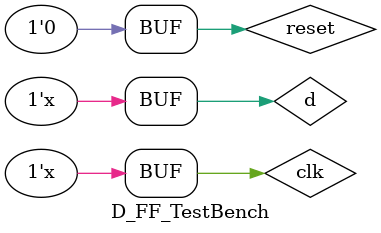
<source format=v>
`timescale 1ns / 1ps


module D_FF_TestBench;

	// Inputs
	reg d;
	reg clk;
	reg reset;

	// Outputs
	wire q;

	// Instantiate the Unit Under Test (UUT)
	D_FF uut (
		.d(d), 
		.clk(clk), 
		.reset(reset), 
		.q(q)
	);

	initial begin
		// Initialize Inputs
		d = 0;
		clk = 0;
		reset = 0;

		// Wait 100 ns for global reset to finish
		#100;
        
		// Add stimulus here

	end
	always begin
		#10 clk=~clk;
	end
	
	always begin
		#20 d = ~d;
	end
	initial begin
		$monitor($time, " Output is = %d", q);
	end
      
endmodule


</source>
